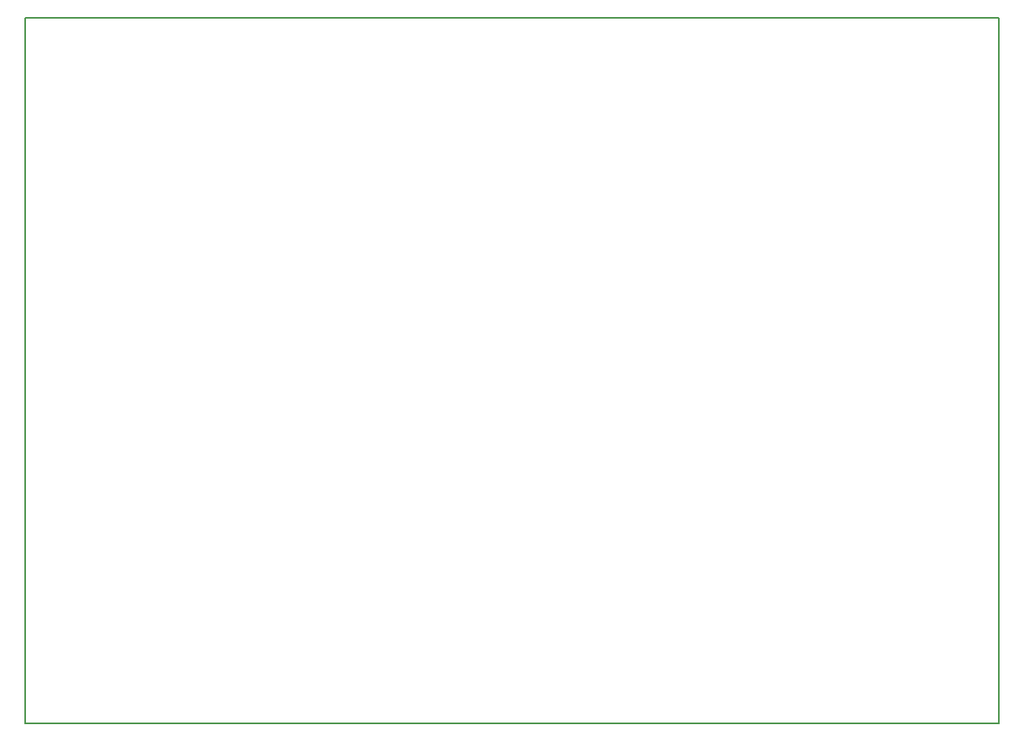
<source format=gbr>
G04 #@! TF.FileFunction,Profile,NP*
%FSLAX46Y46*%
G04 Gerber Fmt 4.6, Leading zero omitted, Abs format (unit mm)*
G04 Created by KiCad (PCBNEW (2015-09-10 BZR 6180)-product) date Mon 26 Oct 2015 05:23:05 PM EDT*
%MOMM*%
G01*
G04 APERTURE LIST*
%ADD10C,0.100000*%
%ADD11C,0.150000*%
G04 APERTURE END LIST*
D10*
D11*
X0Y73660000D02*
X0Y0D01*
X101600000Y73660000D02*
X0Y73660000D01*
X101600000Y0D02*
X101600000Y73660000D01*
X0Y0D02*
X101600000Y0D01*
M02*

</source>
